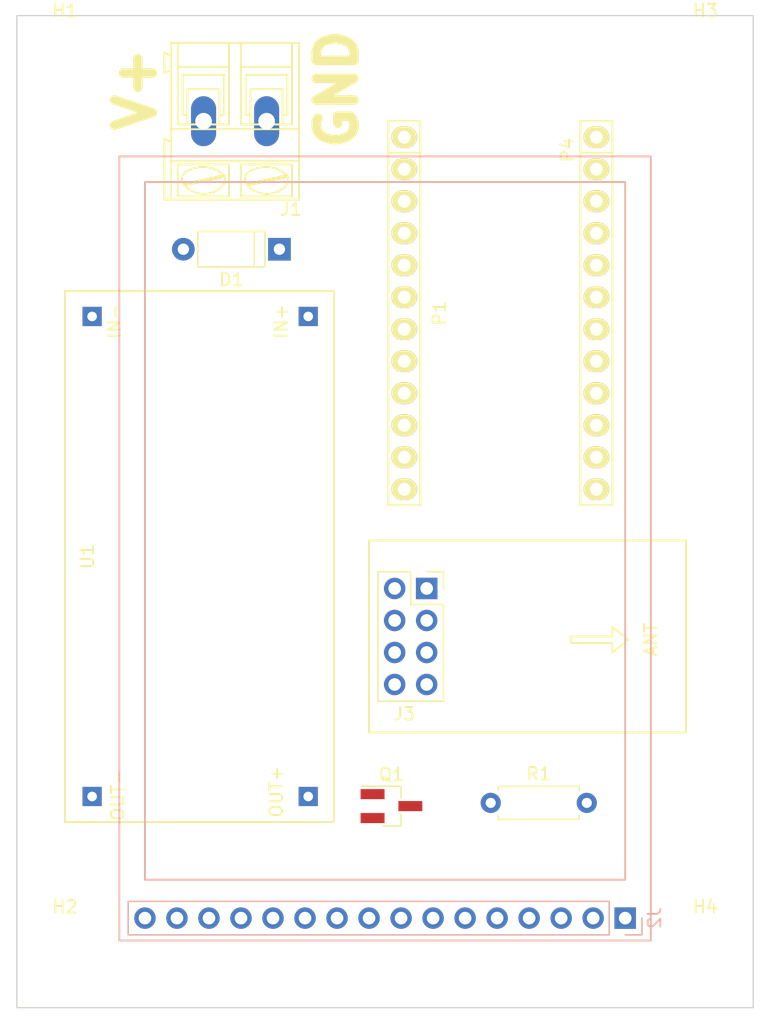
<source format=kicad_pcb>
(kicad_pcb (version 20171130) (host pcbnew "(5.1.5)-3")

  (general
    (thickness 1.6)
    (drawings 13)
    (tracks 0)
    (zones 0)
    (modules 13)
    (nets 23)
  )

  (page A4)
  (title_block
    (date "sam. 04 avril 2015")
  )

  (layers
    (0 F.Cu signal)
    (31 B.Cu signal)
    (32 B.Adhes user)
    (33 F.Adhes user)
    (34 B.Paste user)
    (35 F.Paste user)
    (36 B.SilkS user)
    (37 F.SilkS user)
    (38 B.Mask user)
    (39 F.Mask user)
    (40 Dwgs.User user)
    (41 Cmts.User user)
    (42 Eco1.User user)
    (43 Eco2.User user)
    (44 Edge.Cuts user)
    (45 Margin user)
    (46 B.CrtYd user)
    (47 F.CrtYd user)
    (48 B.Fab user)
    (49 F.Fab user)
  )

  (setup
    (last_trace_width 0.25)
    (trace_clearance 0.2)
    (zone_clearance 0.508)
    (zone_45_only no)
    (trace_min 0.2)
    (via_size 0.6)
    (via_drill 0.4)
    (via_min_size 0.4)
    (via_min_drill 0.3)
    (uvia_size 0.3)
    (uvia_drill 0.1)
    (uvias_allowed no)
    (uvia_min_size 0.2)
    (uvia_min_drill 0.1)
    (edge_width 0.1)
    (segment_width 0.15)
    (pcb_text_width 0.3)
    (pcb_text_size 1.5 1.5)
    (mod_edge_width 0.15)
    (mod_text_size 1 1)
    (mod_text_width 0.15)
    (pad_size 1.5 1.5)
    (pad_drill 0.6)
    (pad_to_mask_clearance 0)
    (aux_axis_origin 137.16 114.3)
    (visible_elements 7FFFF7FF)
    (pcbplotparams
      (layerselection 0x00030_80000001)
      (usegerberextensions false)
      (usegerberattributes false)
      (usegerberadvancedattributes false)
      (creategerberjobfile false)
      (excludeedgelayer true)
      (linewidth 0.100000)
      (plotframeref false)
      (viasonmask false)
      (mode 1)
      (useauxorigin false)
      (hpglpennumber 1)
      (hpglpenspeed 20)
      (hpglpendiameter 15.000000)
      (psnegative false)
      (psa4output false)
      (plotreference true)
      (plotvalue true)
      (plotinvisibletext false)
      (padsonsilk false)
      (subtractmaskfromsilk false)
      (outputformat 1)
      (mirror false)
      (drillshape 1)
      (scaleselection 1)
      (outputdirectory ""))
  )

  (net 0 "")
  (net 1 GND)
  (net 2 VCC)
  (net 3 +3V3)
  (net 4 CS)
  (net 5 RS)
  (net 6 WR)
  (net 7 RST)
  (net 8 "Net-(J2-Pad8)")
  (net 9 DB0)
  (net 10 DB1)
  (net 11 DB2)
  (net 12 DB3)
  (net 13 DB4)
  (net 14 DB5)
  (net 15 DB6)
  (net 16 DB7)
  (net 17 TX)
  (net 18 CH_PD)
  (net 19 RX)
  (net 20 LED)
  (net 21 "Net-(Q1-Pad1)")
  (net 22 "Net-(D1-Pad2)")

  (net_class Default "This is the default net class."
    (clearance 0.2)
    (trace_width 0.25)
    (via_dia 0.6)
    (via_drill 0.4)
    (uvia_dia 0.3)
    (uvia_drill 0.1)
    (add_net +3V3)
    (add_net CH_PD)
    (add_net CS)
    (add_net DB0)
    (add_net DB1)
    (add_net DB2)
    (add_net DB3)
    (add_net DB4)
    (add_net DB5)
    (add_net DB6)
    (add_net DB7)
    (add_net GND)
    (add_net LED)
    (add_net "Net-(D1-Pad2)")
    (add_net "Net-(J2-Pad8)")
    (add_net "Net-(Q1-Pad1)")
    (add_net RS)
    (add_net RST)
    (add_net RX)
    (add_net TX)
    (add_net VCC)
    (add_net WR)
  )

  (module Socket_Arduino_Pro_Mini:Socket_Strip_Arduino_1x12 locked (layer F.Cu) (tedit 55216A20) (tstamp 5F81E823)
    (at 137.414 62.992 270)
    (descr "Through hole socket strip")
    (tags "socket strip")
    (path /56D754D1)
    (fp_text reference P1 (at 13.97 -2.794 270) (layer F.SilkS)
      (effects (font (size 1 1) (thickness 0.15)))
    )
    (fp_text value Digital (at 18.034 -2.794 270) (layer F.Fab)
      (effects (font (size 1 1) (thickness 0.15)))
    )
    (fp_line (start 1.27 -1.27) (end -1.27 -1.27) (layer F.SilkS) (width 0.15))
    (fp_line (start -1.27 -1.27) (end -1.27 1.27) (layer F.SilkS) (width 0.15))
    (fp_line (start -1.27 1.27) (end 1.27 1.27) (layer F.SilkS) (width 0.15))
    (fp_line (start -1.75 -1.75) (end -1.75 1.75) (layer F.CrtYd) (width 0.05))
    (fp_line (start 29.7 -1.75) (end 29.7 1.75) (layer F.CrtYd) (width 0.05))
    (fp_line (start -1.75 -1.75) (end 29.7 -1.75) (layer F.CrtYd) (width 0.05))
    (fp_line (start -1.75 1.75) (end 29.7 1.75) (layer F.CrtYd) (width 0.05))
    (fp_line (start 1.27 1.27) (end 29.21 1.27) (layer F.SilkS) (width 0.15))
    (fp_line (start 29.21 1.27) (end 29.21 -1.27) (layer F.SilkS) (width 0.15))
    (fp_line (start 29.21 -1.27) (end 1.27 -1.27) (layer F.SilkS) (width 0.15))
    (fp_line (start 1.27 1.27) (end 1.27 -1.27) (layer F.SilkS) (width 0.15))
    (pad 1 thru_hole oval (at 0 0 270) (size 1.7272 2.032) (drill 1.016) (layers *.Cu *.Mask F.SilkS))
    (pad 2 thru_hole oval (at 2.54 0 270) (size 1.7272 2.032) (drill 1.016) (layers *.Cu *.Mask F.SilkS))
    (pad 3 thru_hole oval (at 5.08 0 270) (size 1.7272 2.032) (drill 1.016) (layers *.Cu *.Mask F.SilkS))
    (pad 4 thru_hole oval (at 7.62 0 270) (size 1.7272 2.032) (drill 1.016) (layers *.Cu *.Mask F.SilkS)
      (net 1 GND))
    (pad 5 thru_hole oval (at 10.16 0 270) (size 1.7272 2.032) (drill 1.016) (layers *.Cu *.Mask F.SilkS)
      (net 17 TX))
    (pad 6 thru_hole oval (at 12.7 0 270) (size 1.7272 2.032) (drill 1.016) (layers *.Cu *.Mask F.SilkS)
      (net 19 RX))
    (pad 7 thru_hole oval (at 15.24 0 270) (size 1.7272 2.032) (drill 1.016) (layers *.Cu *.Mask F.SilkS)
      (net 13 DB4))
    (pad 8 thru_hole oval (at 17.78 0 270) (size 1.7272 2.032) (drill 1.016) (layers *.Cu *.Mask F.SilkS)
      (net 18 CH_PD))
    (pad 9 thru_hole oval (at 20.32 0 270) (size 1.7272 2.032) (drill 1.016) (layers *.Cu *.Mask F.SilkS)
      (net 15 DB6))
    (pad 10 thru_hole oval (at 22.86 0 270) (size 1.7272 2.032) (drill 1.016) (layers *.Cu *.Mask F.SilkS)
      (net 16 DB7))
    (pad 11 thru_hole oval (at 25.4 0 270) (size 1.7272 2.032) (drill 1.016) (layers *.Cu *.Mask F.SilkS)
      (net 9 DB0))
    (pad 12 thru_hole oval (at 27.94 0 270) (size 1.7272 2.032) (drill 1.016) (layers *.Cu *.Mask F.SilkS)
      (net 10 DB1))
    (model ${KISYS3DMOD}/Socket_Strips.3dshapes/Socket_Strip_Straight_1x12_Pitch2.54mm.wrl
      (offset (xyz 13.97 0 0))
      (scale (xyz 1 1 1))
      (rotate (xyz 0 0 0))
    )
  )

  (module Socket_Arduino_Pro_Mini:Socket_Strip_Arduino_1x12 locked (layer F.Cu) (tedit 5521133F) (tstamp 5F81E7D5)
    (at 152.654 62.992 270)
    (descr "Through hole socket strip")
    (tags "socket strip")
    (path /56D755F3)
    (fp_text reference P4 (at 1.016 2.286 270) (layer F.SilkS)
      (effects (font (size 1 1) (thickness 0.15)))
    )
    (fp_text value Analog (at 4.826 2.54 270) (layer F.Fab)
      (effects (font (size 1 1) (thickness 0.15)))
    )
    (fp_line (start 1.27 -1.27) (end -1.27 -1.27) (layer F.SilkS) (width 0.15))
    (fp_line (start -1.27 -1.27) (end -1.27 1.27) (layer F.SilkS) (width 0.15))
    (fp_line (start -1.27 1.27) (end 1.27 1.27) (layer F.SilkS) (width 0.15))
    (fp_line (start -1.75 -1.75) (end -1.75 1.75) (layer F.CrtYd) (width 0.05))
    (fp_line (start 29.7 -1.75) (end 29.7 1.75) (layer F.CrtYd) (width 0.05))
    (fp_line (start -1.75 -1.75) (end 29.7 -1.75) (layer F.CrtYd) (width 0.05))
    (fp_line (start -1.75 1.75) (end 29.7 1.75) (layer F.CrtYd) (width 0.05))
    (fp_line (start 1.27 1.27) (end 29.21 1.27) (layer F.SilkS) (width 0.15))
    (fp_line (start 29.21 1.27) (end 29.21 -1.27) (layer F.SilkS) (width 0.15))
    (fp_line (start 29.21 -1.27) (end 1.27 -1.27) (layer F.SilkS) (width 0.15))
    (fp_line (start 1.27 1.27) (end 1.27 -1.27) (layer F.SilkS) (width 0.15))
    (pad 1 thru_hole oval (at 0 0 270) (size 1.7272 2.032) (drill 1.016) (layers *.Cu *.Mask F.SilkS)
      (net 2 VCC))
    (pad 2 thru_hole oval (at 2.54 0 270) (size 1.7272 2.032) (drill 1.016) (layers *.Cu *.Mask F.SilkS)
      (net 1 GND))
    (pad 3 thru_hole oval (at 5.08 0 270) (size 1.7272 2.032) (drill 1.016) (layers *.Cu *.Mask F.SilkS))
    (pad 4 thru_hole oval (at 7.62 0 270) (size 1.7272 2.032) (drill 1.016) (layers *.Cu *.Mask F.SilkS))
    (pad 5 thru_hole oval (at 10.16 0 270) (size 1.7272 2.032) (drill 1.016) (layers *.Cu *.Mask F.SilkS)
      (net 4 CS))
    (pad 6 thru_hole oval (at 12.7 0 270) (size 1.7272 2.032) (drill 1.016) (layers *.Cu *.Mask F.SilkS)
      (net 5 RS))
    (pad 7 thru_hole oval (at 15.24 0 270) (size 1.7272 2.032) (drill 1.016) (layers *.Cu *.Mask F.SilkS)
      (net 6 WR))
    (pad 8 thru_hole oval (at 17.78 0 270) (size 1.7272 2.032) (drill 1.016) (layers *.Cu *.Mask F.SilkS)
      (net 20 LED))
    (pad 9 thru_hole oval (at 20.32 0 270) (size 1.7272 2.032) (drill 1.016) (layers *.Cu *.Mask F.SilkS)
      (net 14 DB5))
    (pad 10 thru_hole oval (at 22.86 0 270) (size 1.7272 2.032) (drill 1.016) (layers *.Cu *.Mask F.SilkS)
      (net 7 RST))
    (pad 11 thru_hole oval (at 25.4 0 270) (size 1.7272 2.032) (drill 1.016) (layers *.Cu *.Mask F.SilkS)
      (net 12 DB3))
    (pad 12 thru_hole oval (at 27.94 0 270) (size 1.7272 2.032) (drill 1.016) (layers *.Cu *.Mask F.SilkS)
      (net 11 DB2))
    (model ${KISYS3DMOD}/Socket_Strips.3dshapes/Socket_Strip_Straight_1x12_Pitch2.54mm.wrl
      (offset (xyz 13.97 0 0))
      (scale (xyz 1 1 1))
      (rotate (xyz 0 0 0))
    )
  )

  (module smartclock:D_A-405_P7.62mm_Horizontal (layer F.Cu) (tedit 5877C982) (tstamp 5F81E98F)
    (at 127.508 71.882 180)
    (descr "D, A-405 series, Axial, Horizontal, pin pitch=7.62mm, , length*diameter=5.2*2.7mm^2, , http://www.diodes.com/_files/packages/A-405.pdf")
    (tags "D A-405 series Axial Horizontal pin pitch 7.62mm  length 5.2mm diameter 2.7mm")
    (path /5F86318E)
    (fp_text reference D1 (at 3.81 -2.41) (layer F.SilkS)
      (effects (font (size 1 1) (thickness 0.15)))
    )
    (fp_text value 1N4001 (at 3.81 2.41) (layer F.Fab)
      (effects (font (size 1 1) (thickness 0.15)))
    )
    (fp_line (start 1.21 -1.35) (end 1.21 1.35) (layer F.Fab) (width 0.1))
    (fp_line (start 1.21 1.35) (end 6.41 1.35) (layer F.Fab) (width 0.1))
    (fp_line (start 6.41 1.35) (end 6.41 -1.35) (layer F.Fab) (width 0.1))
    (fp_line (start 6.41 -1.35) (end 1.21 -1.35) (layer F.Fab) (width 0.1))
    (fp_line (start 0 0) (end 1.21 0) (layer F.Fab) (width 0.1))
    (fp_line (start 7.62 0) (end 6.41 0) (layer F.Fab) (width 0.1))
    (fp_line (start 1.99 -1.35) (end 1.99 1.35) (layer F.Fab) (width 0.1))
    (fp_line (start 1.15 -1.41) (end 1.15 1.41) (layer F.SilkS) (width 0.12))
    (fp_line (start 1.15 1.41) (end 6.47 1.41) (layer F.SilkS) (width 0.12))
    (fp_line (start 6.47 1.41) (end 6.47 -1.41) (layer F.SilkS) (width 0.12))
    (fp_line (start 6.47 -1.41) (end 1.15 -1.41) (layer F.SilkS) (width 0.12))
    (fp_line (start 1.08 0) (end 1.15 0) (layer F.SilkS) (width 0.12))
    (fp_line (start 6.54 0) (end 6.47 0) (layer F.SilkS) (width 0.12))
    (fp_line (start 1.99 -1.41) (end 1.99 1.41) (layer F.SilkS) (width 0.12))
    (fp_line (start -1.15 -1.7) (end -1.15 1.7) (layer F.CrtYd) (width 0.05))
    (fp_line (start -1.15 1.7) (end 8.8 1.7) (layer F.CrtYd) (width 0.05))
    (fp_line (start 8.8 1.7) (end 8.8 -1.7) (layer F.CrtYd) (width 0.05))
    (fp_line (start 8.8 -1.7) (end -1.15 -1.7) (layer F.CrtYd) (width 0.05))
    (pad 1 thru_hole rect (at 0 0 180) (size 1.8 1.8) (drill 0.9) (layers *.Cu *.Mask)
      (net 2 VCC))
    (pad 2 thru_hole oval (at 7.62 0 180) (size 1.8 1.8) (drill 0.9) (layers *.Cu *.Mask)
      (net 22 "Net-(D1-Pad2)"))
    (model Diodes_THT.3dshapes/D_A-405_P7.62mm_Horizontal.wrl
      (at (xyz 0 0 0))
      (scale (xyz 0.393701 0.393701 0.393701))
      (rotate (xyz 0 0 0))
    )
  )

  (module smartclock:SOT-23_Handsoldering (layer F.Cu) (tedit 58CE4E7E) (tstamp 5F8150FF)
    (at 136.398 116.078)
    (descr "SOT-23, Handsoldering")
    (tags SOT-23)
    (path /5F7FC277)
    (attr smd)
    (fp_text reference Q1 (at 0 -2.5) (layer F.SilkS)
      (effects (font (size 1 1) (thickness 0.15)))
    )
    (fp_text value MMBT2222A (at 0 2.5) (layer F.Fab)
      (effects (font (size 1 1) (thickness 0.15)))
    )
    (fp_text user %R (at -0.254 0) (layer F.Fab)
      (effects (font (size 0.5 0.5) (thickness 0.075)))
    )
    (fp_line (start 0.76 1.58) (end 0.76 0.65) (layer F.SilkS) (width 0.12))
    (fp_line (start 0.76 -1.58) (end 0.76 -0.65) (layer F.SilkS) (width 0.12))
    (fp_line (start -2.7 -1.75) (end 2.7 -1.75) (layer F.CrtYd) (width 0.05))
    (fp_line (start 2.7 -1.75) (end 2.7 1.75) (layer F.CrtYd) (width 0.05))
    (fp_line (start 2.7 1.75) (end -2.7 1.75) (layer F.CrtYd) (width 0.05))
    (fp_line (start -2.7 1.75) (end -2.7 -1.75) (layer F.CrtYd) (width 0.05))
    (fp_line (start 0.76 -1.58) (end -2.4 -1.58) (layer F.SilkS) (width 0.12))
    (fp_line (start -0.7 -0.95) (end -0.7 1.5) (layer F.Fab) (width 0.1))
    (fp_line (start -0.15 -1.52) (end 0.7 -1.52) (layer F.Fab) (width 0.1))
    (fp_line (start -0.7 -0.95) (end -0.15 -1.52) (layer F.Fab) (width 0.1))
    (fp_line (start 0.7 -1.52) (end 0.7 1.52) (layer F.Fab) (width 0.1))
    (fp_line (start -0.7 1.52) (end 0.7 1.52) (layer F.Fab) (width 0.1))
    (fp_line (start 0.76 1.58) (end -0.7 1.58) (layer F.SilkS) (width 0.12))
    (pad 1 smd rect (at -1.5 -0.95) (size 1.9 0.8) (layers F.Cu F.Paste F.Mask)
      (net 21 "Net-(Q1-Pad1)"))
    (pad 2 smd rect (at -1.5 0.95) (size 1.9 0.8) (layers F.Cu F.Paste F.Mask)
      (net 1 GND))
    (pad 3 smd rect (at 1.5 0) (size 1.9 0.8) (layers F.Cu F.Paste F.Mask)
      (net 8 "Net-(J2-Pad8)"))
    (model ${KISYS3DMOD}/TO_SOT_Packages_SMD.3dshapes\SOT-23.wrl
      (at (xyz 0 0 0))
      (scale (xyz 1 1 1))
      (rotate (xyz 0 0 0))
    )
  )

  (module smartclock:R_Axial_DIN0207_L6.3mm_D2.5mm_P7.62mm_Horizontal (layer F.Cu) (tedit 5874F706) (tstamp 5F814DC2)
    (at 144.272 115.824)
    (descr "Resistor, Axial_DIN0207 series, Axial, Horizontal, pin pitch=7.62mm, 0.25W = 1/4W, length*diameter=6.3*2.5mm^2, http://cdn-reichelt.de/documents/datenblatt/B400/1_4W%23YAG.pdf")
    (tags "Resistor Axial_DIN0207 series Axial Horizontal pin pitch 7.62mm 0.25W = 1/4W length 6.3mm diameter 2.5mm")
    (path /5F7FF7A7)
    (fp_text reference R1 (at 3.81 -2.31) (layer F.SilkS)
      (effects (font (size 1 1) (thickness 0.15)))
    )
    (fp_text value 10k (at 3.81 2.31) (layer F.Fab)
      (effects (font (size 1 1) (thickness 0.15)))
    )
    (fp_line (start 0.66 -1.25) (end 0.66 1.25) (layer F.Fab) (width 0.1))
    (fp_line (start 0.66 1.25) (end 6.96 1.25) (layer F.Fab) (width 0.1))
    (fp_line (start 6.96 1.25) (end 6.96 -1.25) (layer F.Fab) (width 0.1))
    (fp_line (start 6.96 -1.25) (end 0.66 -1.25) (layer F.Fab) (width 0.1))
    (fp_line (start 0 0) (end 0.66 0) (layer F.Fab) (width 0.1))
    (fp_line (start 7.62 0) (end 6.96 0) (layer F.Fab) (width 0.1))
    (fp_line (start 0.6 -0.98) (end 0.6 -1.31) (layer F.SilkS) (width 0.12))
    (fp_line (start 0.6 -1.31) (end 7.02 -1.31) (layer F.SilkS) (width 0.12))
    (fp_line (start 7.02 -1.31) (end 7.02 -0.98) (layer F.SilkS) (width 0.12))
    (fp_line (start 0.6 0.98) (end 0.6 1.31) (layer F.SilkS) (width 0.12))
    (fp_line (start 0.6 1.31) (end 7.02 1.31) (layer F.SilkS) (width 0.12))
    (fp_line (start 7.02 1.31) (end 7.02 0.98) (layer F.SilkS) (width 0.12))
    (fp_line (start -1.05 -1.6) (end -1.05 1.6) (layer F.CrtYd) (width 0.05))
    (fp_line (start -1.05 1.6) (end 8.7 1.6) (layer F.CrtYd) (width 0.05))
    (fp_line (start 8.7 1.6) (end 8.7 -1.6) (layer F.CrtYd) (width 0.05))
    (fp_line (start 8.7 -1.6) (end -1.05 -1.6) (layer F.CrtYd) (width 0.05))
    (pad 1 thru_hole circle (at 0 0) (size 1.6 1.6) (drill 0.8) (layers *.Cu *.Mask)
      (net 21 "Net-(Q1-Pad1)"))
    (pad 2 thru_hole oval (at 7.62 0) (size 1.6 1.6) (drill 0.8) (layers *.Cu *.Mask)
      (net 20 LED))
    (model Resistors_THT.3dshapes/R_Axial_DIN0207_L6.3mm_D2.5mm_P7.62mm_Horizontal.wrl
      (at (xyz 0 0 0))
      (scale (xyz 0.393701 0.393701 0.393701))
      (rotate (xyz 0 0 0))
    )
  )

  (module smartclock:LM2596_DC-DC_Module (layer F.Cu) (tedit 5F8124F6) (tstamp 5F814DD2)
    (at 121.158 96.266 270)
    (path /5F83F2A9)
    (fp_text reference U1 (at 0 8.89 90) (layer F.SilkS)
      (effects (font (size 1 1) (thickness 0.15)))
    )
    (fp_text value DC-DC_Module (at 0.254 -8.89 90) (layer F.Fab)
      (effects (font (size 1 1) (thickness 0.15)))
    )
    (fp_line (start -21.082 -10.668) (end -21.082 10.668) (layer F.SilkS) (width 0.15))
    (fp_line (start -21.082 10.668) (end 21.082 10.668) (layer F.SilkS) (width 0.15))
    (fp_line (start 21.082 10.668) (end 21.082 -10.668) (layer F.SilkS) (width 0.15))
    (fp_line (start 21.082 -10.668) (end -21.082 -10.668) (layer F.SilkS) (width 0.15))
    (fp_text user IN+ (at -18.669 -6.477 90) (layer F.SilkS)
      (effects (font (size 1 1) (thickness 0.15)))
    )
    (fp_text user IN- (at -18.669 6.731 90) (layer F.SilkS)
      (effects (font (size 1 1) (thickness 0.15)))
    )
    (fp_text user OUT- (at 18.923 6.477 90) (layer F.SilkS)
      (effects (font (size 1 1) (thickness 0.15)))
    )
    (fp_text user OUT+ (at 18.669 -6.096 90) (layer F.SilkS)
      (effects (font (size 1 1) (thickness 0.15)))
    )
    (pad 1 thru_hole rect (at -19.05 -8.636 270) (size 1.524 1.524) (drill 0.762) (layers *.Cu *.Mask)
      (net 2 VCC))
    (pad 2 thru_hole rect (at -19.05 8.509 270) (size 1.524 1.524) (drill 0.762) (layers *.Cu *.Mask)
      (net 1 GND))
    (pad 3 thru_hole rect (at 19.05 8.509 270) (size 1.524 1.524) (drill 0.762) (layers *.Cu *.Mask)
      (net 1 GND))
    (pad 4 thru_hole rect (at 19.05 -8.636 270) (size 1.524 1.524) (drill 0.762) (layers *.Cu *.Mask)
      (net 3 +3V3))
  )

  (module smartclock:ESP-01_Module (layer F.Cu) (tedit 5F812B6A) (tstamp 5F8158F8)
    (at 138.684 106.426 180)
    (descr "Through hole straight pin header, 2x04, 2.54mm pitch, double rows")
    (tags "Through hole pin header THT 2x04 2.54mm double row")
    (path /5F7E7237)
    (fp_text reference J3 (at 1.27 -2.33) (layer F.SilkS)
      (effects (font (size 1 1) (thickness 0.15)))
    )
    (fp_text value ESP-01 (at 1.27 9.95) (layer F.Fab)
      (effects (font (size 1 1) (thickness 0.15)))
    )
    (fp_line (start -1.778 8.89) (end -1.778 -1.27) (layer F.Fab) (width 0.1))
    (fp_line (start -1.778 -1.27) (end 3.302 -1.27) (layer F.Fab) (width 0.1))
    (fp_line (start 3.302 -1.27) (end 3.302 8.89) (layer F.Fab) (width 0.1))
    (fp_line (start 3.302 8.89) (end -1.778 8.89) (layer F.Fab) (width 0.1))
    (fp_line (start -1.838 6.35) (end -1.838 -1.33) (layer F.SilkS) (width 0.12))
    (fp_line (start -1.838 -1.33) (end 3.362 -1.33) (layer F.SilkS) (width 0.12))
    (fp_line (start 3.362 -1.33) (end 3.362 8.95) (layer F.SilkS) (width 0.12))
    (fp_line (start 3.362 8.95) (end 0.762 8.95) (layer F.SilkS) (width 0.12))
    (fp_line (start 0.762 8.95) (end 0.762 6.35) (layer F.SilkS) (width 0.12))
    (fp_line (start 0.762 6.35) (end -1.838 6.35) (layer F.SilkS) (width 0.12))
    (fp_line (start -1.838 7.62) (end -1.838 8.95) (layer F.SilkS) (width 0.12))
    (fp_line (start -1.838 8.95) (end -0.508 8.95) (layer F.SilkS) (width 0.12))
    (fp_line (start -2.308 9.42) (end -2.308 -1.78) (layer F.CrtYd) (width 0.05))
    (fp_line (start -2.308 -1.78) (end 3.842 -1.78) (layer F.CrtYd) (width 0.05))
    (fp_line (start 3.842 -1.78) (end 3.842 9.42) (layer F.CrtYd) (width 0.05))
    (fp_line (start 3.842 9.42) (end -2.308 9.42) (layer F.CrtYd) (width 0.05))
    (fp_text user %R (at 1.27 -2.33) (layer F.Fab)
      (effects (font (size 1 1) (thickness 0.15)))
    )
    (fp_line (start -21.082 -3.81) (end 4.064 -3.81) (layer F.SilkS) (width 0.15))
    (fp_line (start 4.064 -3.81) (end 4.064 11.43) (layer F.SilkS) (width 0.15))
    (fp_line (start 4.064 11.43) (end -21.082 11.43) (layer F.SilkS) (width 0.15))
    (fp_line (start -21.082 11.43) (end -21.082 -3.81) (layer F.SilkS) (width 0.15))
    (fp_text user ANT (at -18.288 3.556 90) (layer F.SilkS)
      (effects (font (size 1 1) (thickness 0.15)))
    )
    (fp_line (start -16.51 3.556) (end -15.24 2.54) (layer F.SilkS) (width 0.15))
    (fp_line (start -15.24 2.54) (end -15.24 3.302) (layer F.SilkS) (width 0.15))
    (fp_line (start -15.24 3.302) (end -11.938 3.302) (layer F.SilkS) (width 0.15))
    (fp_line (start -11.938 3.302) (end -11.938 3.81) (layer F.SilkS) (width 0.15))
    (fp_line (start -11.938 3.81) (end -15.24 3.81) (layer F.SilkS) (width 0.15))
    (fp_line (start -15.24 3.81) (end -15.24 4.572) (layer F.SilkS) (width 0.15))
    (fp_line (start -15.24 4.572) (end -16.51 3.556) (layer F.SilkS) (width 0.15))
    (pad 1 thru_hole rect (at -0.508 7.62) (size 1.7 1.7) (drill 1) (layers *.Cu *.Mask)
      (net 1 GND))
    (pad 2 thru_hole oval (at 2.032 7.62) (size 1.7 1.7) (drill 1) (layers *.Cu *.Mask)
      (net 17 TX))
    (pad 3 thru_hole oval (at -0.508 5.08) (size 1.7 1.7) (drill 1) (layers *.Cu *.Mask))
    (pad 4 thru_hole oval (at 2.032 5.08) (size 1.7 1.7) (drill 1) (layers *.Cu *.Mask)
      (net 18 CH_PD))
    (pad 5 thru_hole oval (at -0.508 2.54) (size 1.7 1.7) (drill 1) (layers *.Cu *.Mask))
    (pad 6 thru_hole oval (at 2.032 2.54) (size 1.7 1.7) (drill 1) (layers *.Cu *.Mask)
      (net 7 RST))
    (pad 7 thru_hole oval (at -0.508 0) (size 1.7 1.7) (drill 1) (layers *.Cu *.Mask)
      (net 19 RX))
    (pad 8 thru_hole oval (at 2.032 0) (size 1.7 1.7) (drill 1) (layers *.Cu *.Mask)
      (net 3 +3V3))
    (model ${KISYS3DMOD}/Socket_Strips.3dshapes/Socket_Strip_Straight_2x04_Pitch2.54mm.wrl
      (offset (xyz 0.75 -3.81 0))
      (scale (xyz 1 1 1))
      (rotate (xyz 0 0 90))
    )
  )

  (module smartclock:LCD_TFT_2_00 (layer B.Cu) (tedit 5F813D79) (tstamp 5F81E767)
    (at 154.94 124.968 90)
    (descr "Through hole straight pin header, 1x16, 2.54mm pitch, single row")
    (tags "Through hole pin header THT 1x16 2.54mm single row")
    (path /5F7E825D)
    (fp_text reference J2 (at 0 2.33 270) (layer B.SilkS)
      (effects (font (size 1 1) (thickness 0.15)) (justify mirror))
    )
    (fp_text value "Open-Smart TFT LCD" (at -2.794 -19.05) (layer B.Fab)
      (effects (font (size 1 1) (thickness 0.15)) (justify mirror))
    )
    (fp_line (start -1.27 1.27) (end -1.27 -39.37) (layer B.Fab) (width 0.1))
    (fp_line (start -1.27 -39.37) (end 1.27 -39.37) (layer B.Fab) (width 0.1))
    (fp_line (start 1.27 -39.37) (end 1.27 1.27) (layer B.Fab) (width 0.1))
    (fp_line (start 1.27 1.27) (end -1.27 1.27) (layer B.Fab) (width 0.1))
    (fp_line (start -1.33 -1.27) (end -1.33 -39.43) (layer B.SilkS) (width 0.12))
    (fp_line (start -1.33 -39.43) (end 1.33 -39.43) (layer B.SilkS) (width 0.12))
    (fp_line (start 1.33 -39.43) (end 1.33 -1.27) (layer B.SilkS) (width 0.12))
    (fp_line (start 1.33 -1.27) (end -1.33 -1.27) (layer B.SilkS) (width 0.12))
    (fp_line (start -1.33 0) (end -1.33 1.33) (layer B.SilkS) (width 0.12))
    (fp_line (start -1.33 1.33) (end 0 1.33) (layer B.SilkS) (width 0.12))
    (fp_line (start -1.8 1.8) (end -1.8 -39.9) (layer B.CrtYd) (width 0.05))
    (fp_line (start -1.8 -39.9) (end 1.8 -39.9) (layer B.CrtYd) (width 0.05))
    (fp_line (start 1.8 -39.9) (end 1.8 1.8) (layer B.CrtYd) (width 0.05))
    (fp_line (start 1.8 1.8) (end -1.8 1.8) (layer B.CrtYd) (width 0.05))
    (fp_text user %R (at 0 2.33 270) (layer B.Fab)
      (effects (font (size 1 1) (thickness 0.15)) (justify mirror))
    )
    (fp_line (start -1.778 2.032) (end 60.452 2.032) (layer B.SilkS) (width 0.15))
    (fp_line (start 60.452 2.032) (end 60.452 -40.132) (layer B.SilkS) (width 0.15))
    (fp_line (start 60.452 -40.132) (end -1.778 -40.132) (layer B.SilkS) (width 0.15))
    (fp_line (start -1.778 -40.132) (end -1.778 2.032) (layer B.SilkS) (width 0.15))
    (fp_line (start 3.048 0) (end 3.048 -38.1) (layer B.SilkS) (width 0.15))
    (fp_line (start 3.048 -38.1) (end 58.42 -38.1) (layer B.SilkS) (width 0.15))
    (fp_line (start 58.42 -38.1) (end 58.42 0) (layer B.SilkS) (width 0.15))
    (fp_line (start 58.42 0) (end 3.048 0) (layer B.SilkS) (width 0.15))
    (pad 1 thru_hole rect (at 0 0 90) (size 1.7 1.7) (drill 1) (layers *.Cu *.Mask)
      (net 1 GND))
    (pad 2 thru_hole oval (at 0 -2.54 90) (size 1.7 1.7) (drill 1) (layers *.Cu *.Mask)
      (net 3 +3V3))
    (pad 3 thru_hole oval (at 0 -5.08 90) (size 1.7 1.7) (drill 1) (layers *.Cu *.Mask)
      (net 4 CS))
    (pad 4 thru_hole oval (at 0 -7.62 90) (size 1.7 1.7) (drill 1) (layers *.Cu *.Mask)
      (net 5 RS))
    (pad 5 thru_hole oval (at 0 -10.16 90) (size 1.7 1.7) (drill 1) (layers *.Cu *.Mask)
      (net 6 WR))
    (pad 6 thru_hole oval (at 0 -12.7 90) (size 1.7 1.7) (drill 1) (layers *.Cu *.Mask)
      (net 3 +3V3))
    (pad 7 thru_hole oval (at 0 -15.24 90) (size 1.7 1.7) (drill 1) (layers *.Cu *.Mask)
      (net 7 RST))
    (pad 8 thru_hole oval (at 0 -17.78 90) (size 1.7 1.7) (drill 1) (layers *.Cu *.Mask)
      (net 8 "Net-(J2-Pad8)"))
    (pad 9 thru_hole oval (at 0 -20.32 90) (size 1.7 1.7) (drill 1) (layers *.Cu *.Mask)
      (net 9 DB0))
    (pad 10 thru_hole oval (at 0 -22.86 90) (size 1.7 1.7) (drill 1) (layers *.Cu *.Mask)
      (net 10 DB1))
    (pad 11 thru_hole oval (at 0 -25.4 90) (size 1.7 1.7) (drill 1) (layers *.Cu *.Mask)
      (net 11 DB2))
    (pad 12 thru_hole oval (at 0 -27.94 90) (size 1.7 1.7) (drill 1) (layers *.Cu *.Mask)
      (net 12 DB3))
    (pad 13 thru_hole oval (at 0 -30.48 90) (size 1.7 1.7) (drill 1) (layers *.Cu *.Mask)
      (net 13 DB4))
    (pad 14 thru_hole oval (at 0 -33.02 90) (size 1.7 1.7) (drill 1) (layers *.Cu *.Mask)
      (net 14 DB5))
    (pad 15 thru_hole oval (at 0 -35.56 90) (size 1.7 1.7) (drill 1) (layers *.Cu *.Mask)
      (net 15 DB6))
    (pad 16 thru_hole oval (at 0 -38.1 90) (size 1.7 1.7) (drill 1) (layers *.Cu *.Mask)
      (net 16 DB7))
    (model ${KISYS3DMOD}/Socket_Strips.3dshapes/Socket_Strip_Straight_1x16_Pitch2.54mm.wrl
      (offset (xyz 0 -19.05 0))
      (scale (xyz 1 1 1))
      (rotate (xyz 0 0 90))
    )
  )

  (module smartclock:BOR5.0-2 (layer F.Cu) (tedit 5876AB95) (tstamp 5F81646E)
    (at 126.492 61.722 180)
    (descr CONNECTOR)
    (tags CONNECTOR)
    (path /5F8297FA)
    (attr virtual)
    (fp_text reference J1 (at -1.92 -6.985) (layer F.SilkS)
      (effects (font (size 1 1) (thickness 0.15)))
    )
    (fp_text value Conn_01x02 (at 2.779 7.747) (layer F.Fab)
      (effects (font (size 1 1) (thickness 0.15)))
    )
    (fp_line (start 8.363 -6.473) (end -2.83 -6.473) (layer F.CrtYd) (width 0.05))
    (fp_line (start 8.363 6.473) (end 8.363 -6.473) (layer F.CrtYd) (width 0.05))
    (fp_line (start -2.83 6.473) (end 8.363 6.473) (layer F.CrtYd) (width 0.05))
    (fp_line (start -2.83 -6.473) (end -2.83 6.473) (layer F.CrtYd) (width 0.05))
    (fp_line (start -1.2596 2.54) (end 1.2804 2.54) (layer F.SilkS) (width 0.15))
    (fp_line (start 1.2804 2.54) (end 1.2804 -0.254) (layer F.SilkS) (width 0.15))
    (fp_line (start -1.2596 -0.254) (end 1.2804 -0.254) (layer F.SilkS) (width 0.15))
    (fp_line (start -1.2596 2.54) (end -1.2596 -0.254) (layer F.SilkS) (width 0.15))
    (fp_line (start 3.7442 2.54) (end 6.2842 2.54) (layer F.SilkS) (width 0.15))
    (fp_line (start 6.2842 2.54) (end 6.2842 -0.254) (layer F.SilkS) (width 0.15))
    (fp_line (start 3.7442 -0.254) (end 6.2842 -0.254) (layer F.SilkS) (width 0.15))
    (fp_line (start 3.7442 2.54) (end 3.7442 -0.254) (layer F.SilkS) (width 0.15))
    (fp_line (start 7.605 -6.223) (end 7.605 -3.175) (layer F.SilkS) (width 0.15))
    (fp_line (start 7.605 -6.223) (end -2.58 -6.223) (layer F.SilkS) (width 0.15))
    (fp_line (start 7.605 -6.223) (end 8.113 -6.223) (layer F.SilkS) (width 0.15))
    (fp_line (start 8.113 -6.223) (end 8.113 -1.397) (layer F.SilkS) (width 0.15))
    (fp_line (start 8.113 -1.397) (end 7.605 -1.651) (layer F.SilkS) (width 0.15))
    (fp_line (start 8.113 5.461) (end 7.605 5.207) (layer F.SilkS) (width 0.15))
    (fp_line (start 7.605 5.207) (end 7.605 6.223) (layer F.SilkS) (width 0.15))
    (fp_line (start 8.113 3.81) (end 7.605 4.064) (layer F.SilkS) (width 0.15))
    (fp_line (start 7.605 4.064) (end 7.605 5.207) (layer F.SilkS) (width 0.15))
    (fp_line (start 8.113 3.81) (end 8.113 5.461) (layer F.SilkS) (width 0.15))
    (fp_line (start 2.9822 6.223) (end 2.9822 4.318) (layer F.SilkS) (width 0.15))
    (fp_line (start 7.0462 -0.254) (end 7.0462 4.318) (layer F.SilkS) (width 0.15))
    (fp_line (start 2.9822 6.223) (end 7.0462 6.223) (layer F.SilkS) (width 0.15))
    (fp_line (start 7.0462 6.223) (end 7.605 6.223) (layer F.SilkS) (width 0.15))
    (fp_line (start 2.0424 6.223) (end 2.0424 4.318) (layer F.SilkS) (width 0.15))
    (fp_line (start 2.0424 6.223) (end 2.9822 6.223) (layer F.SilkS) (width 0.15))
    (fp_line (start -2.0216 -0.254) (end -2.0216 4.318) (layer F.SilkS) (width 0.15))
    (fp_line (start -2.58 6.223) (end -2.0216 6.223) (layer F.SilkS) (width 0.15))
    (fp_line (start -2.0216 6.223) (end 2.0424 6.223) (layer F.SilkS) (width 0.15))
    (fp_line (start 2.9822 4.318) (end 7.0462 4.318) (layer F.SilkS) (width 0.15))
    (fp_line (start 2.9822 4.318) (end 2.9822 -0.254) (layer F.SilkS) (width 0.15))
    (fp_line (start 7.0462 4.318) (end 7.0462 6.223) (layer F.SilkS) (width 0.15))
    (fp_line (start 2.0424 4.318) (end -2.0216 4.318) (layer F.SilkS) (width 0.15))
    (fp_line (start 2.0424 4.318) (end 2.0424 -0.254) (layer F.SilkS) (width 0.15))
    (fp_line (start -2.0216 4.318) (end -2.0216 6.223) (layer F.SilkS) (width 0.15))
    (fp_line (start 6.6652 3.683) (end 6.6652 0.508) (layer F.SilkS) (width 0.15))
    (fp_line (start 6.6652 3.683) (end 3.3632 3.683) (layer F.SilkS) (width 0.15))
    (fp_line (start 3.3632 3.683) (end 3.3632 0.508) (layer F.SilkS) (width 0.15))
    (fp_line (start 1.6614 3.683) (end 1.6614 0.508) (layer F.SilkS) (width 0.15))
    (fp_line (start 1.6614 3.683) (end -1.6406 3.683) (layer F.SilkS) (width 0.15))
    (fp_line (start -1.6406 3.683) (end -1.6406 0.508) (layer F.SilkS) (width 0.15))
    (fp_line (start -1.6406 0.508) (end -1.2596 0.508) (layer F.SilkS) (width 0.15))
    (fp_line (start 1.6614 0.508) (end 1.2804 0.508) (layer F.SilkS) (width 0.15))
    (fp_line (start 3.3632 0.508) (end 3.7442 0.508) (layer F.SilkS) (width 0.15))
    (fp_line (start 6.6652 0.508) (end 6.2842 0.508) (layer F.SilkS) (width 0.15))
    (fp_line (start -2.58 6.223) (end -2.58 -0.635) (layer F.SilkS) (width 0.15))
    (fp_line (start -2.58 -0.635) (end -2.58 -3.175) (layer F.SilkS) (width 0.15))
    (fp_line (start 7.605 -1.651) (end 7.605 -0.635) (layer F.SilkS) (width 0.15))
    (fp_line (start 7.605 -0.635) (end 7.605 4.064) (layer F.SilkS) (width 0.15))
    (fp_line (start -2.58 -3.175) (end 7.605 -3.175) (layer F.SilkS) (width 0.15))
    (fp_line (start -2.58 -3.175) (end -2.58 -6.223) (layer F.SilkS) (width 0.15))
    (fp_line (start 7.605 -3.175) (end 7.605 -1.651) (layer F.SilkS) (width 0.15))
    (fp_line (start 2.9822 -3.429) (end 2.9822 -5.969) (layer F.SilkS) (width 0.15))
    (fp_line (start 2.9822 -5.969) (end 7.0462 -5.969) (layer F.SilkS) (width 0.15))
    (fp_line (start 7.0462 -5.969) (end 7.0462 -3.429) (layer F.SilkS) (width 0.15))
    (fp_line (start 7.0462 -3.429) (end 2.9822 -3.429) (layer F.SilkS) (width 0.15))
    (fp_line (start 2.0424 -3.429) (end 2.0424 -5.969) (layer F.SilkS) (width 0.15))
    (fp_line (start 2.0424 -3.429) (end -2.0216 -3.429) (layer F.SilkS) (width 0.15))
    (fp_line (start -2.0216 -3.429) (end -2.0216 -5.969) (layer F.SilkS) (width 0.15))
    (fp_line (start 2.0424 -5.969) (end -2.0216 -5.969) (layer F.SilkS) (width 0.15))
    (fp_line (start 3.3886 -4.445) (end 6.4366 -5.08) (layer F.SilkS) (width 0.15))
    (fp_line (start 3.5156 -4.318) (end 6.5636 -4.953) (layer F.SilkS) (width 0.15))
    (fp_line (start -1.6152 -4.445) (end 1.43534 -5.08) (layer F.SilkS) (width 0.15))
    (fp_line (start -1.4882 -4.318) (end 1.5598 -4.953) (layer F.SilkS) (width 0.15))
    (fp_line (start -2.0216 -0.254) (end -1.6406 -0.254) (layer F.SilkS) (width 0.15))
    (fp_line (start 2.0424 -0.254) (end 1.6614 -0.254) (layer F.SilkS) (width 0.15))
    (fp_line (start 1.6614 -0.254) (end -1.6406 -0.254) (layer F.SilkS) (width 0.15))
    (fp_line (start -2.58 -0.635) (end -1.6406 -0.635) (layer F.SilkS) (width 0.15))
    (fp_line (start -1.6406 -0.635) (end 1.6614 -0.635) (layer F.SilkS) (width 0.15))
    (fp_line (start 1.6614 -0.635) (end 3.3632 -0.635) (layer F.SilkS) (width 0.15))
    (fp_line (start 7.605 -0.635) (end 6.6652 -0.635) (layer F.SilkS) (width 0.15))
    (fp_line (start 6.6652 -0.635) (end 3.3632 -0.635) (layer F.SilkS) (width 0.15))
    (fp_line (start 7.0462 -0.254) (end 6.6652 -0.254) (layer F.SilkS) (width 0.15))
    (fp_line (start 2.9822 -0.254) (end 3.3632 -0.254) (layer F.SilkS) (width 0.15))
    (fp_line (start 3.3632 -0.254) (end 6.6652 -0.254) (layer F.SilkS) (width 0.15))
    (fp_arc (start 6.0302 -4.59486) (end 6.53566 -5.05206) (angle 90.5) (layer F.SilkS) (width 0.15))
    (fp_arc (start 5.065 -6.0706) (end 6.52804 -4.11734) (angle 75.5) (layer F.SilkS) (width 0.15))
    (fp_arc (start 4.98626 -3.7084) (end 3.3886 -5.0038) (angle 100) (layer F.SilkS) (width 0.15))
    (fp_arc (start 3.8712 -4.64566) (end 3.58164 -4.1275) (angle 104.2) (layer F.SilkS) (width 0.15))
    (fp_arc (start 1.0264 -4.59486) (end 1.5344 -5.05206) (angle 90.5) (layer F.SilkS) (width 0.15))
    (fp_arc (start 0.06374 -6.0706) (end 1.52678 -4.11734) (angle 75.5) (layer F.SilkS) (width 0.15))
    (fp_arc (start -0.01246 -3.7084) (end -1.6152 -5.0038) (angle 100) (layer F.SilkS) (width 0.15))
    (fp_arc (start -1.1326 -4.64566) (end -1.41962 -4.1275) (angle 104.2) (layer F.SilkS) (width 0.15))
    (pad 1 thru_hole oval (at 0 0 180) (size 1.9812 3.9624) (drill 1.3208) (layers *.Cu *.Mask)
      (net 1 GND))
    (pad 2 thru_hole oval (at 5 0 180) (size 1.9812 3.9624) (drill 1.3208) (layers *.Cu *.Mask)
      (net 22 "Net-(D1-Pad2)"))
    (model Terminal_Blocks.3dshapes/Pheonix_MPT-2-2.54mm.wrl
      (offset (xyz 2.539999961853027 0 0))
      (scale (xyz 2 2 1.5))
      (rotate (xyz 0 0 0))
    )
  )

  (module Mounting_Holes:MountingHole_3.2mm_M3 (layer F.Cu) (tedit 56D1B4CB) (tstamp 5F821DCF)
    (at 110.49 57.15)
    (descr "Mounting Hole 3.2mm, no annular, M3")
    (tags "mounting hole 3.2mm no annular m3")
    (path /5F85AD24)
    (fp_text reference H1 (at 0 -4.2) (layer F.SilkS)
      (effects (font (size 1 1) (thickness 0.15)))
    )
    (fp_text value MountingHole (at 0 4.2) (layer F.Fab)
      (effects (font (size 1 1) (thickness 0.15)))
    )
    (fp_circle (center 0 0) (end 3.2 0) (layer Cmts.User) (width 0.15))
    (fp_circle (center 0 0) (end 3.45 0) (layer F.CrtYd) (width 0.05))
    (pad 1 np_thru_hole circle (at 0 0) (size 3.2 3.2) (drill 3.2) (layers *.Cu *.Mask))
  )

  (module Mounting_Holes:MountingHole_3.2mm_M3 (layer F.Cu) (tedit 56D1B4CB) (tstamp 5F821DD6)
    (at 110.49 128.27)
    (descr "Mounting Hole 3.2mm, no annular, M3")
    (tags "mounting hole 3.2mm no annular m3")
    (path /5F85C305)
    (fp_text reference H2 (at 0 -4.2) (layer F.SilkS)
      (effects (font (size 1 1) (thickness 0.15)))
    )
    (fp_text value MountingHole (at 0 4.2) (layer F.Fab)
      (effects (font (size 1 1) (thickness 0.15)))
    )
    (fp_circle (center 0 0) (end 3.45 0) (layer F.CrtYd) (width 0.05))
    (fp_circle (center 0 0) (end 3.2 0) (layer Cmts.User) (width 0.15))
    (pad 1 np_thru_hole circle (at 0 0) (size 3.2 3.2) (drill 3.2) (layers *.Cu *.Mask))
  )

  (module Mounting_Holes:MountingHole_3.2mm_M3 (layer F.Cu) (tedit 56D1B4CB) (tstamp 5F821DDD)
    (at 161.29 57.15)
    (descr "Mounting Hole 3.2mm, no annular, M3")
    (tags "mounting hole 3.2mm no annular m3")
    (path /5F85C5F0)
    (fp_text reference H3 (at 0 -4.2) (layer F.SilkS)
      (effects (font (size 1 1) (thickness 0.15)))
    )
    (fp_text value MountingHole (at 0 4.2) (layer F.Fab)
      (effects (font (size 1 1) (thickness 0.15)))
    )
    (fp_circle (center 0 0) (end 3.2 0) (layer Cmts.User) (width 0.15))
    (fp_circle (center 0 0) (end 3.45 0) (layer F.CrtYd) (width 0.05))
    (pad 1 np_thru_hole circle (at 0 0) (size 3.2 3.2) (drill 3.2) (layers *.Cu *.Mask))
  )

  (module Mounting_Holes:MountingHole_3.2mm_M3 (layer F.Cu) (tedit 56D1B4CB) (tstamp 5F821DE4)
    (at 161.29 128.27)
    (descr "Mounting Hole 3.2mm, no annular, M3")
    (tags "mounting hole 3.2mm no annular m3")
    (path /5F85C8E4)
    (fp_text reference H4 (at 0 -4.2) (layer F.SilkS)
      (effects (font (size 1 1) (thickness 0.15)))
    )
    (fp_text value MountingHole (at 0 4.2) (layer F.Fab)
      (effects (font (size 1 1) (thickness 0.15)))
    )
    (fp_circle (center 0 0) (end 3.45 0) (layer F.CrtYd) (width 0.05))
    (fp_circle (center 0 0) (end 3.2 0) (layer Cmts.User) (width 0.15))
    (pad 1 np_thru_hole circle (at 0 0) (size 3.2 3.2) (drill 3.2) (layers *.Cu *.Mask))
  )

  (gr_text V+ (at 116.078 59.182 90) (layer F.SilkS)
    (effects (font (size 3 3) (thickness 0.75)))
  )
  (gr_text GND (at 132.08 59.182 90) (layer F.SilkS) (tstamp 5F81E4A8)
    (effects (font (size 3 3) (thickness 0.75)))
  )
  (gr_line (start 106.68 132.08) (end 106.68 53.34) (layer Edge.Cuts) (width 0.1) (tstamp 5F8165D7))
  (gr_line (start 165.1 132.08) (end 106.68 132.08) (layer Edge.Cuts) (width 0.1))
  (gr_line (start 165.1 53.34) (end 165.1 132.08) (layer Edge.Cuts) (width 0.1))
  (gr_line (start 106.68 53.34) (end 165.1 53.34) (layer Edge.Cuts) (width 0.1))
  (gr_text 1 (at 135.255 59.563) (layer Dwgs.User) (tstamp 5F81E729)
    (effects (font (size 1.5 1.5) (thickness 0.3)))
  )
  (gr_line (start 142.494 90.932) (end 142.494 85.852) (angle 90) (layer Dwgs.User) (width 0.15) (tstamp 5F81E738))
  (gr_line (start 147.574 90.932) (end 142.494 90.932) (angle 90) (layer Dwgs.User) (width 0.15) (tstamp 5F81E72F))
  (gr_line (start 147.574 85.852) (end 147.574 90.932) (angle 90) (layer Dwgs.User) (width 0.15) (tstamp 5F81E735))
  (gr_line (start 142.494 85.852) (end 147.574 85.852) (angle 90) (layer Dwgs.User) (width 0.15) (tstamp 5F81E72C))
  (gr_circle (center 145.034 88.392) (end 143.764 88.392) (layer Dwgs.User) (width 0.15) (tstamp 5F81E732))
  (gr_line (start 138.684 92.202) (end 136.144 92.202) (angle 90) (layer Dwgs.User) (width 0.2) (tstamp 5F81E73B))

)

</source>
